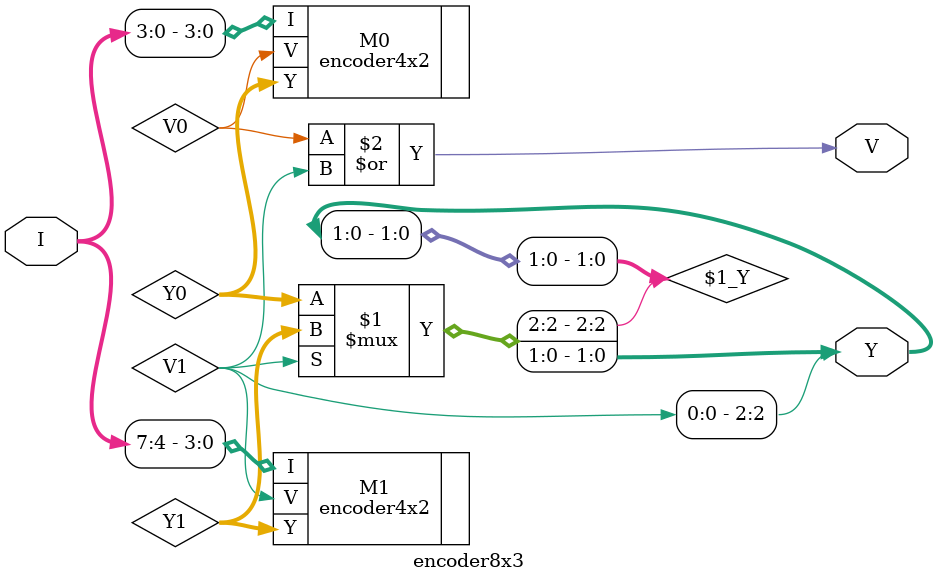
<source format=v>
module encoder8x3 (
    input [7:0] I,
    output [2:0] Y,
    output V
);
    wire [2:0] Y0, Y1;
    wire V0, V1;

    encoder4x2 M0 (
        .I(I[3:0]),
        .Y(Y0),
        .V(V0));

    encoder4x2 M1 (
        .I(I[7:4]),
        .Y(Y1),
        .V(V1));

    assign Y[1:0] = V1 ? Y1 : Y0;
    assign Y[2] = V1;
    assign V = V0 | V1;
endmodule
</source>
